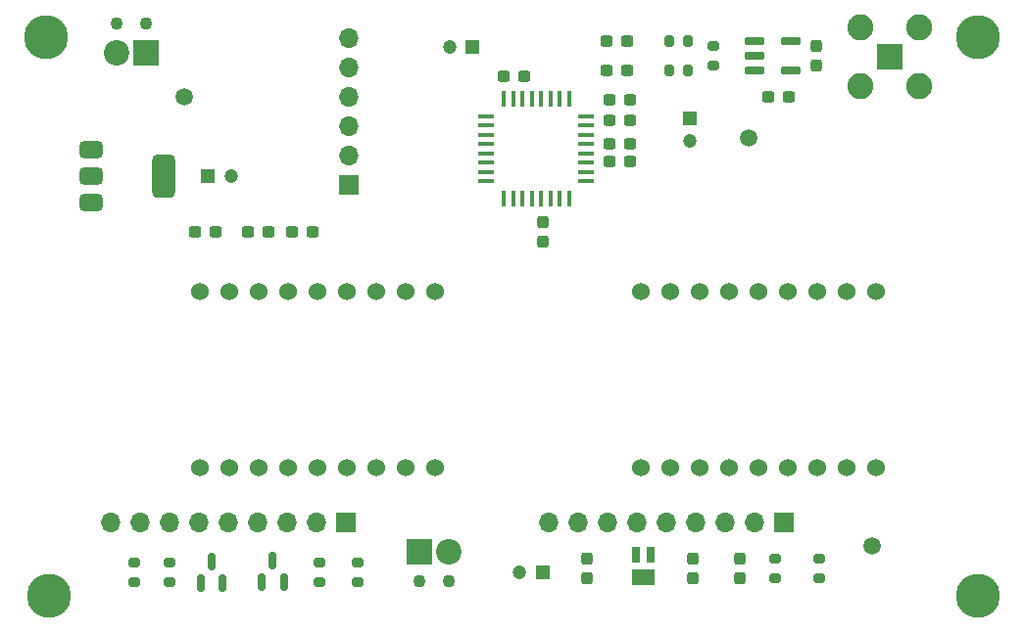
<source format=gbr>
%TF.GenerationSoftware,KiCad,Pcbnew,8.0.1*%
%TF.CreationDate,2024-06-11T21:54:47-04:00*%
%TF.ProjectId,adc_fpga,6164635f-6670-4676-912e-6b696361645f,rev?*%
%TF.SameCoordinates,Original*%
%TF.FileFunction,Soldermask,Top*%
%TF.FilePolarity,Negative*%
%FSLAX46Y46*%
G04 Gerber Fmt 4.6, Leading zero omitted, Abs format (unit mm)*
G04 Created by KiCad (PCBNEW 8.0.1) date 2024-06-11 21:54:47*
%MOMM*%
%LPD*%
G01*
G04 APERTURE LIST*
G04 Aperture macros list*
%AMRoundRect*
0 Rectangle with rounded corners*
0 $1 Rounding radius*
0 $2 $3 $4 $5 $6 $7 $8 $9 X,Y pos of 4 corners*
0 Add a 4 corners polygon primitive as box body*
4,1,4,$2,$3,$4,$5,$6,$7,$8,$9,$2,$3,0*
0 Add four circle primitives for the rounded corners*
1,1,$1+$1,$2,$3*
1,1,$1+$1,$4,$5*
1,1,$1+$1,$6,$7*
1,1,$1+$1,$8,$9*
0 Add four rect primitives between the rounded corners*
20,1,$1+$1,$2,$3,$4,$5,0*
20,1,$1+$1,$4,$5,$6,$7,0*
20,1,$1+$1,$6,$7,$8,$9,0*
20,1,$1+$1,$8,$9,$2,$3,0*%
G04 Aperture macros list end*
%ADD10RoundRect,0.237500X-0.237500X0.300000X-0.237500X-0.300000X0.237500X-0.300000X0.237500X0.300000X0*%
%ADD11RoundRect,0.237500X0.237500X-0.300000X0.237500X0.300000X-0.237500X0.300000X-0.237500X-0.300000X0*%
%ADD12RoundRect,0.237500X-0.300000X-0.237500X0.300000X-0.237500X0.300000X0.237500X-0.300000X0.237500X0*%
%ADD13RoundRect,0.237500X0.300000X0.237500X-0.300000X0.237500X-0.300000X-0.237500X0.300000X-0.237500X0*%
%ADD14C,1.500000*%
%ADD15R,1.200000X1.200000*%
%ADD16C,1.200000*%
%ADD17C,3.800000*%
%ADD18R,1.700000X1.700000*%
%ADD19O,1.700000X1.700000*%
%ADD20RoundRect,0.200000X-0.275000X0.200000X-0.275000X-0.200000X0.275000X-0.200000X0.275000X0.200000X0*%
%ADD21C,1.524000*%
%ADD22RoundRect,0.375000X-0.625000X-0.375000X0.625000X-0.375000X0.625000X0.375000X-0.625000X0.375000X0*%
%ADD23RoundRect,0.500000X-0.500000X-1.400000X0.500000X-1.400000X0.500000X1.400000X-0.500000X1.400000X0*%
%ADD24RoundRect,0.200000X-0.200000X-0.275000X0.200000X-0.275000X0.200000X0.275000X-0.200000X0.275000X0*%
%ADD25RoundRect,0.200000X0.275000X-0.200000X0.275000X0.200000X-0.275000X0.200000X-0.275000X-0.200000X0*%
%ADD26C,1.100000*%
%ADD27R,2.200000X2.200000*%
%ADD28C,2.200000*%
%ADD29RoundRect,0.150000X0.150000X-0.587500X0.150000X0.587500X-0.150000X0.587500X-0.150000X-0.587500X0*%
%ADD30RoundRect,0.190000X0.635000X0.190000X-0.635000X0.190000X-0.635000X-0.190000X0.635000X-0.190000X0*%
%ADD31R,2.250000X2.250000*%
%ADD32C,2.250000*%
%ADD33RoundRect,0.060400X0.241600X-0.636600X0.241600X0.636600X-0.241600X0.636600X-0.241600X-0.636600X0*%
%ADD34R,0.330200X1.473200*%
%ADD35R,1.473200X0.330200*%
G04 APERTURE END LIST*
D10*
%TO.C,C11*%
X143510000Y-84735500D03*
X143510000Y-86460500D03*
%TD*%
D11*
%TO.C,C17*%
X136906000Y-130806500D03*
X136906000Y-129081500D03*
%TD*%
D12*
%TO.C,C9*%
X139345500Y-89154000D03*
X141070500Y-89154000D03*
%TD*%
D13*
%TO.C,C7*%
X127354500Y-93218000D03*
X125629500Y-93218000D03*
%TD*%
D14*
%TO.C,TP2*%
X137668000Y-92710000D03*
%TD*%
D15*
%TO.C,C19*%
X119844600Y-130302000D03*
D16*
X117844600Y-130302000D03*
%TD*%
D17*
%TO.C,REF\u002A\u002A*%
X157480000Y-132334000D03*
%TD*%
D18*
%TO.C,J3*%
X140716000Y-125984000D03*
D19*
X138176000Y-125984000D03*
X135636000Y-125984000D03*
X133096000Y-125984000D03*
X130556000Y-125984000D03*
X128016000Y-125984000D03*
X125476000Y-125984000D03*
X122936000Y-125984000D03*
X120396000Y-125984000D03*
%TD*%
D20*
%TO.C,R3*%
X139954000Y-129119000D03*
X139954000Y-130769000D03*
%TD*%
D21*
%TO.C,U2*%
X148615000Y-105990000D03*
X146075000Y-105990000D03*
X143535000Y-105990000D03*
X140995000Y-105990000D03*
X138455000Y-105990000D03*
X135915000Y-105990000D03*
X133375000Y-105990000D03*
X130835000Y-105990000D03*
X128295000Y-105990000D03*
X110515000Y-105990000D03*
X107975000Y-105990000D03*
X105435000Y-105990000D03*
X102895000Y-105990000D03*
X100355000Y-105990000D03*
X97815000Y-105990000D03*
X95275000Y-105990000D03*
X92735000Y-105990000D03*
X90195000Y-105990000D03*
X90195000Y-121230000D03*
X92735000Y-121230000D03*
X95275000Y-121230000D03*
X97815000Y-121230000D03*
X100355000Y-121230000D03*
X102895000Y-121230000D03*
X105435000Y-121230000D03*
X107975000Y-121230000D03*
X110515000Y-121230000D03*
X128295000Y-121230000D03*
X130835000Y-121230000D03*
X133375000Y-121230000D03*
X135915000Y-121230000D03*
X138455000Y-121230000D03*
X140995000Y-121230000D03*
X143535000Y-121230000D03*
X146075000Y-121230000D03*
X148615000Y-121230000D03*
%TD*%
D14*
%TO.C,TP1*%
X148336000Y-128016000D03*
%TD*%
D12*
%TO.C,C14*%
X94387500Y-100838000D03*
X96112500Y-100838000D03*
%TD*%
%TO.C,C1*%
X89815500Y-100838000D03*
X91540500Y-100838000D03*
%TD*%
D22*
%TO.C,U4*%
X80822000Y-93712000D03*
X80822000Y-96012000D03*
D23*
X87122000Y-96012000D03*
D22*
X80822000Y-98312000D03*
%TD*%
D17*
%TO.C,REF\u002A\u002A*%
X157480000Y-84000000D03*
%TD*%
D12*
%TO.C,C2*%
X116485500Y-87376000D03*
X118210500Y-87376000D03*
%TD*%
D13*
%TO.C,C5*%
X127354500Y-91186000D03*
X125629500Y-91186000D03*
%TD*%
%TO.C,C6*%
X127354500Y-89408000D03*
X125629500Y-89408000D03*
%TD*%
D24*
%TO.C,R4*%
X130747000Y-84328000D03*
X132397000Y-84328000D03*
%TD*%
D10*
%TO.C,C13*%
X119888000Y-99975500D03*
X119888000Y-101700500D03*
%TD*%
D25*
%TO.C,R6*%
X84582000Y-131127000D03*
X84582000Y-129477000D03*
%TD*%
D24*
%TO.C,R1*%
X130747000Y-86868000D03*
X132397000Y-86868000D03*
%TD*%
D12*
%TO.C,C20*%
X98197500Y-100838000D03*
X99922500Y-100838000D03*
%TD*%
D26*
%TO.C,J2*%
X109220000Y-131064000D03*
X111760000Y-131064000D03*
D27*
X109220000Y-128524000D03*
D28*
X111760000Y-128524000D03*
%TD*%
D18*
%TO.C,J6*%
X103124000Y-96774000D03*
D19*
X103124000Y-94234000D03*
X103124000Y-91694000D03*
X103124000Y-89154000D03*
X103124000Y-86614000D03*
X103124000Y-84074000D03*
%TD*%
D25*
%TO.C,R7*%
X100584000Y-131127000D03*
X100584000Y-129477000D03*
%TD*%
%TO.C,R8*%
X103886000Y-131127000D03*
X103886000Y-129477000D03*
%TD*%
D18*
%TO.C,J5*%
X102870000Y-125984000D03*
D19*
X100330000Y-125984000D03*
X97790000Y-125984000D03*
X95250000Y-125984000D03*
X92710000Y-125984000D03*
X90170000Y-125984000D03*
X87630000Y-125984000D03*
X85090000Y-125984000D03*
X82550000Y-125984000D03*
%TD*%
D15*
%TO.C,C15*%
X90932000Y-96012000D03*
D16*
X92932000Y-96012000D03*
%TD*%
D13*
%TO.C,C3*%
X127354500Y-94742000D03*
X125629500Y-94742000D03*
%TD*%
D15*
%TO.C,C8*%
X132588000Y-90975401D03*
D16*
X132588000Y-92975401D03*
%TD*%
D15*
%TO.C,C4*%
X113792000Y-84836000D03*
D16*
X111792000Y-84836000D03*
%TD*%
D29*
%TO.C,Q1*%
X90302000Y-131258000D03*
X92202000Y-131258000D03*
X91252000Y-129383000D03*
%TD*%
D25*
%TO.C,R5*%
X134620000Y-86423000D03*
X134620000Y-84773000D03*
%TD*%
D13*
%TO.C,C12*%
X127100500Y-86868000D03*
X125375500Y-86868000D03*
%TD*%
D29*
%TO.C,Q2*%
X95570000Y-131161000D03*
X97470000Y-131161000D03*
X96520000Y-129286000D03*
%TD*%
D30*
%TO.C,T1*%
X138110000Y-86871000D03*
X138110000Y-85601000D03*
X138110000Y-84331000D03*
X141290000Y-84331000D03*
X141290000Y-86871000D03*
%TD*%
D31*
%TO.C,J1*%
X149860000Y-85705500D03*
D32*
X152400000Y-83165500D03*
X147320000Y-83165500D03*
X152400000Y-88245500D03*
X147320000Y-88245500D03*
%TD*%
D11*
%TO.C,C18*%
X132842000Y-130806500D03*
X132842000Y-129081500D03*
%TD*%
D33*
%TO.C,U1*%
X127874000Y-130698000D03*
X128524000Y-130698000D03*
X129174000Y-130698000D03*
X129174000Y-128778000D03*
X127874000Y-128778000D03*
%TD*%
D17*
%TO.C,REF\u002A\u002A*%
X77216000Y-132334000D03*
%TD*%
D26*
%TO.C,J4*%
X85598000Y-82804000D03*
X83058000Y-82804000D03*
D27*
X85598000Y-85344000D03*
D28*
X83058000Y-85344000D03*
%TD*%
D10*
%TO.C,C16*%
X123698000Y-129081500D03*
X123698000Y-130806500D03*
%TD*%
D14*
%TO.C,TP4*%
X88900000Y-89154000D03*
%TD*%
D25*
%TO.C,R5*%
X87630000Y-131127000D03*
X87630000Y-129477000D03*
%TD*%
D12*
%TO.C,C10*%
X125375500Y-84328000D03*
X127100500Y-84328000D03*
%TD*%
D17*
%TO.C,REF\u002A\u002A*%
X76962000Y-84000000D03*
%TD*%
D34*
%TO.C,U3*%
X122103799Y-89306400D03*
X121303801Y-89306400D03*
X120503800Y-89306400D03*
X119703799Y-89306400D03*
X118903801Y-89306400D03*
X118103800Y-89306400D03*
X117303801Y-89306400D03*
X116503801Y-89306400D03*
D35*
X114985800Y-90824401D03*
X114985800Y-91624399D03*
X114985800Y-92424400D03*
X114985800Y-93224401D03*
X114985800Y-94024399D03*
X114985800Y-94824400D03*
X114985800Y-95624399D03*
X114985800Y-96424399D03*
D34*
X116503801Y-97942400D03*
X117303799Y-97942400D03*
X118103800Y-97942400D03*
X118903801Y-97942400D03*
X119703799Y-97942400D03*
X120503800Y-97942400D03*
X121303799Y-97942400D03*
X122103799Y-97942400D03*
D35*
X123621800Y-96424399D03*
X123621800Y-95624401D03*
X123621800Y-94824400D03*
X123621800Y-94024399D03*
X123621800Y-93224401D03*
X123621800Y-92424400D03*
X123621800Y-91624401D03*
X123621800Y-90824401D03*
%TD*%
D20*
%TO.C,R2*%
X143764000Y-129119000D03*
X143764000Y-130769000D03*
%TD*%
M02*

</source>
